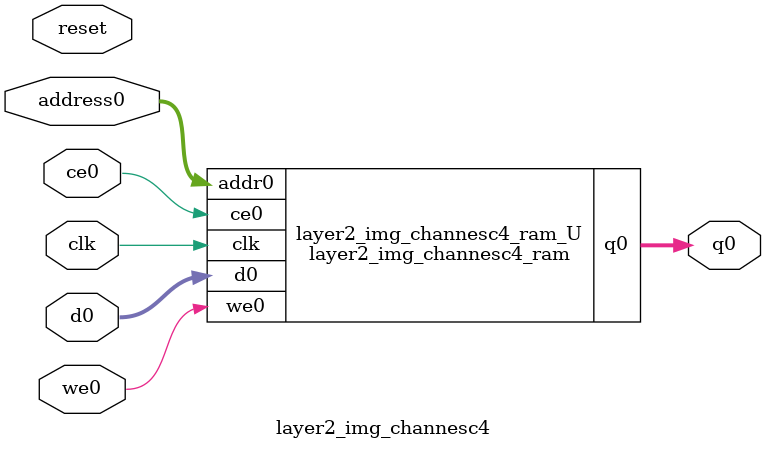
<source format=v>
`timescale 1 ns / 1 ps
module layer2_img_channesc4_ram (addr0, ce0, d0, we0, q0,  clk);

parameter DWIDTH = 12;
parameter AWIDTH = 12;
parameter MEM_SIZE = 3584;

input[AWIDTH-1:0] addr0;
input ce0;
input[DWIDTH-1:0] d0;
input we0;
output reg[DWIDTH-1:0] q0;
input clk;

(* ram_style = "block" *)reg [DWIDTH-1:0] ram[0:MEM_SIZE-1];




always @(posedge clk)  
begin 
    if (ce0) 
    begin
        if (we0) 
        begin 
            ram[addr0] <= d0; 
        end 
        q0 <= ram[addr0];
    end
end


endmodule

`timescale 1 ns / 1 ps
module layer2_img_channesc4(
    reset,
    clk,
    address0,
    ce0,
    we0,
    d0,
    q0);

parameter DataWidth = 32'd12;
parameter AddressRange = 32'd3584;
parameter AddressWidth = 32'd12;
input reset;
input clk;
input[AddressWidth - 1:0] address0;
input ce0;
input we0;
input[DataWidth - 1:0] d0;
output[DataWidth - 1:0] q0;



layer2_img_channesc4_ram layer2_img_channesc4_ram_U(
    .clk( clk ),
    .addr0( address0 ),
    .ce0( ce0 ),
    .we0( we0 ),
    .d0( d0 ),
    .q0( q0 ));

endmodule


</source>
